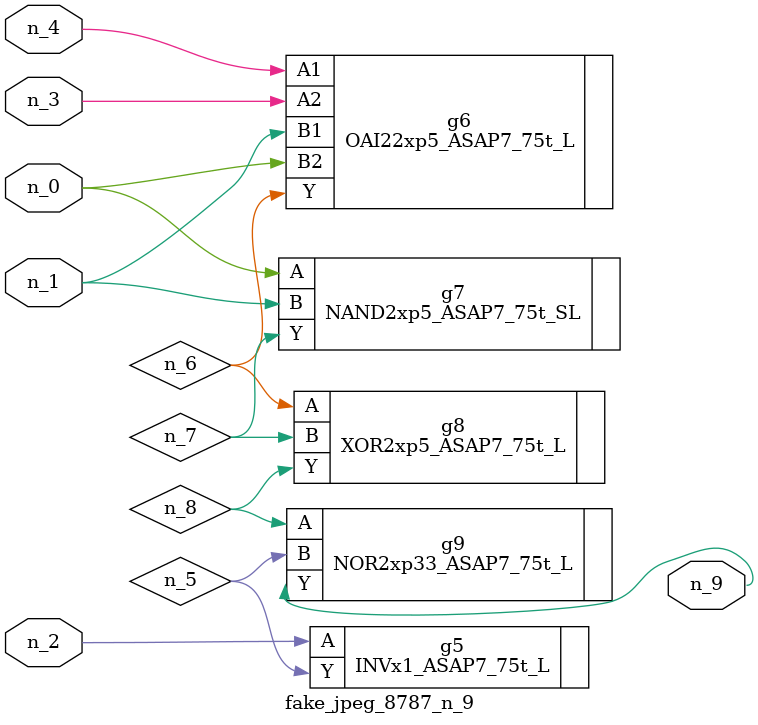
<source format=v>
module fake_jpeg_8787_n_9 (n_3, n_2, n_1, n_0, n_4, n_9);

input n_3;
input n_2;
input n_1;
input n_0;
input n_4;

output n_9;

wire n_8;
wire n_6;
wire n_5;
wire n_7;

INVx1_ASAP7_75t_L g5 ( 
.A(n_2),
.Y(n_5)
);

OAI22xp5_ASAP7_75t_L g6 ( 
.A1(n_4),
.A2(n_3),
.B1(n_1),
.B2(n_0),
.Y(n_6)
);

NAND2xp5_ASAP7_75t_SL g7 ( 
.A(n_0),
.B(n_1),
.Y(n_7)
);

XOR2xp5_ASAP7_75t_L g8 ( 
.A(n_6),
.B(n_7),
.Y(n_8)
);

NOR2xp33_ASAP7_75t_L g9 ( 
.A(n_8),
.B(n_5),
.Y(n_9)
);


endmodule
</source>
